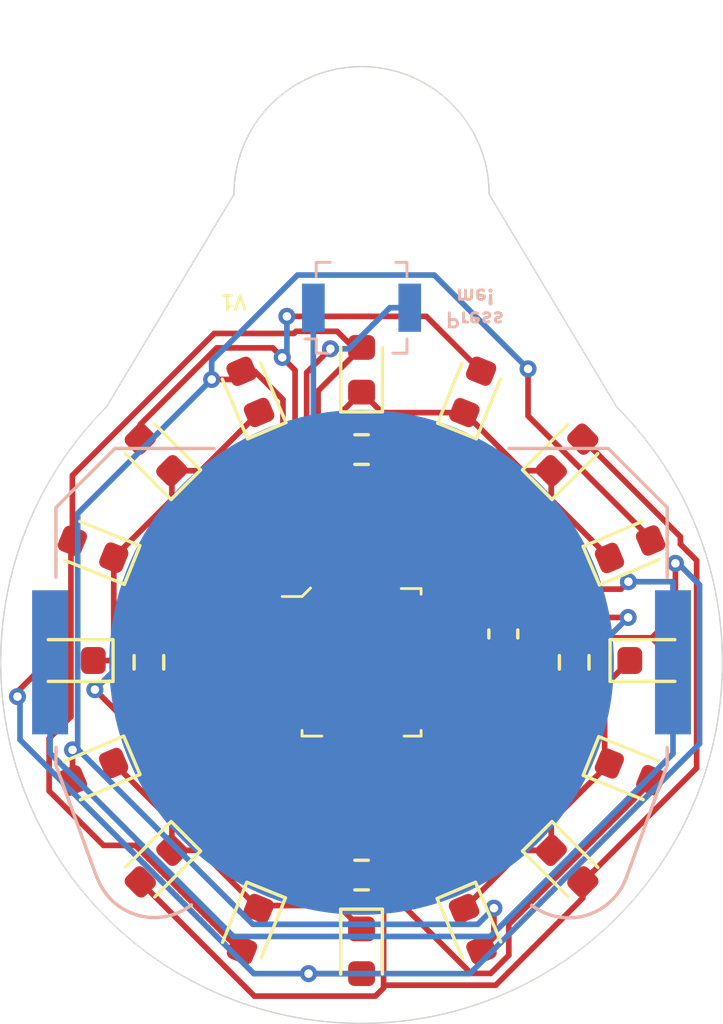
<source format=kicad_pcb>
(kicad_pcb (version 20240108) (generator "pcbnew") (generator_version "8.0")
  (layers (0 "F.Cu" signal) (31 "B.Cu" signal) (34 "B.Paste" user) (35 "F.Paste" user) (36 "B.SilkS" user "B.Silkscreen") (37 "F.SilkS" user "F.Silkscreen") (38 "B.Mask" user) (39 "F.Mask" user) (44 "Edge.Cuts" user))
  (net 0 "")
  (net 1 "GND")
  (net 2 "VCC")
  (net 3 "LED5")
  (net 4 "LED4")
  (net 5 "LED3")
  (net 6 "LED2")
  (net 7 "LED1")
  (net 8 "BUTTON")
  (net 9 "Net-(D1-Pad1)")
  (net 10 "Net-(D5-Pad1)")
  (net 11 "Net-(D10-Pad1)")
  (net 12 "Net-(D13-Pad1)")
  (footprint "LED_SMD:LED_0603_1608Metric" (layer "F.Cu") (at 137.0775 109.4062 -112)
    (property "Reference" "D10" (hide yes))
    (property "Value" "LH_R974-LP-1" (hide yes))
    (fp_line (start -1.484999 0.735) (end 0.8 0.735) (stroke (width 0.12)) (layer "F.SilkS"))
    (fp_line (start 0.8 -0.735) (end -1.485 -0.735) (stroke (width 0.12)) (layer "F.SilkS"))
    (fp_line (start -1.485 -0.735) (end -1.484999 0.735) (stroke (width 0.12)) (layer "F.SilkS"))
    (pad "1" smd roundrect (at -0.787499 0.000001 248) (size 0.875 0.95) (layers "F.Cu" "F.Paste" "F.Mask") (net 11 "Net-(D10-Pad1)"))
    (pad "2" smd roundrect (at 0.787499 -0.000001 248) (size 0.875 0.95) (layers "F.Cu" "F.Paste" "F.Mask") (net 6 "LED2"))
  )
  (footprint "LED_SMD:LED_0603_1608Metric" (layer "F.Cu") (at 148.2478 92.6886 45)
    (property "Reference" "D3" (hide yes))
    (property "Value" "LH_R974-LP-1" (hide yes))
    (fp_line (start -1.485 -0.735) (end -1.485 0.735) (stroke (width 0.12)) (layer "F.SilkS"))
    (fp_line (start -1.485 0.735) (end 0.8 0.735) (stroke (width 0.12)) (layer "F.SilkS"))
    (fp_line (start 0.8 -0.735) (end -1.485 -0.735) (stroke (width 0.12)) (layer "F.SilkS"))
    (pad "1" smd roundrect (at -0.787501 0 45) (size 0.875 0.95) (layers "F.Cu" "F.Paste" "F.Mask") (net 9 "Net-(D1-Pad1)"))
    (pad "2" smd roundrect (at 0.787501 0 45) (size 0.875 0.95) (layers "F.Cu" "F.Paste" "F.Mask") (net 4 "LED4"))
  )
  (footprint "Resistor_SMD:R_0603_1608Metric" (layer "F.Cu") (at 148.5 100 90)
    (property "Reference" "R2" (hide yes))
    (property "Value" "220")
    (fp_line (start -0.237258 -0.5225) (end 0.237258 -0.5225) (stroke (width 0.12)) (layer "F.SilkS"))
    (fp_line (start -0.237258 0.5225) (end 0.237258 0.5225) (stroke (width 0.12)) (layer "F.SilkS"))
    (pad "1" smd roundrect (at -0.825 0 90) (size 0.8 0.95) (layers "F.Cu" "F.Paste" "F.Mask") (net 10 "Net-(D5-Pad1)"))
    (pad "2" smd roundrect (at 0.825 0 90) (size 0.8 0.95) (layers "F.Cu" "F.Paste" "F.Mask") (net 6 "LED2"))
  )
  (footprint "LED_SMD:LED_0603_1608Metric" (layer "F.Cu") (at 141 89.6865 90)
    (property "Reference" "D1" (hide yes))
    (property "Value" "LH_R974-LP-1" (hide yes))
    (fp_line (start 0.8 -0.735) (end -1.485 -0.735) (stroke (width 0.12)) (layer "F.SilkS"))
    (fp_line (start -1.485 -0.735) (end -1.485 0.735) (stroke (width 0.12)) (layer "F.SilkS"))
    (fp_line (start -1.485 0.735) (end 0.8 0.735) (stroke (width 0.12)) (layer "F.SilkS"))
    (pad "1" smd roundrect (at -0.7875 0 90) (size 0.875 0.95) (layers "F.Cu" "F.Paste" "F.Mask") (net 9 "Net-(D1-Pad1)"))
    (pad "2" smd roundrect (at 0.7875 0 90) (size 0.875 0.95) (layers "F.Cu" "F.Paste" "F.Mask") (net 6 "LED2"))
  )
  (footprint "LED_SMD:LED_0603_1608Metric" (layer "F.Cu") (at 148.2478 107.1843 -45)
    (property "Reference" "D7" (hide yes))
    (property "Value" "LH_R974-LP-1" (hide yes))
    (fp_line (start -1.485 0.735) (end 0.8 0.735) (stroke (width 0.12)) (layer "F.SilkS"))
    (fp_line (start -1.485 -0.735) (end -1.485 0.735) (stroke (width 0.12)) (layer "F.SilkS"))
    (fp_line (start 0.8 -0.735) (end -1.485 -0.735) (stroke (width 0.12)) (layer "F.SilkS"))
    (pad "1" smd roundrect (at -0.787501 0 315) (size 0.875 0.95) (layers "F.Cu" "F.Paste" "F.Mask") (net 10 "Net-(D5-Pad1)"))
    (pad "2" smd roundrect (at 0.787501 0 315) (size 0.875 0.95) (layers "F.Cu" "F.Paste" "F.Mask") (net 4 "LED4"))
  )
  (footprint "LED_SMD:LED_0603_1608Metric" (layer "F.Cu") (at 141 110.1865 -90)
    (property "Reference" "D9" (hide yes))
    (property "Value" "LH_R974-LP-1" (hide yes))
    (fp_line (start -1.485 0.735) (end 0.8 0.735) (stroke (width 0.12)) (layer "F.SilkS"))
    (fp_line (start -1.485 -0.735) (end -1.485 0.735) (stroke (width 0.12)) (layer "F.SilkS"))
    (fp_line (start 0.8 -0.735) (end -1.485 -0.735) (stroke (width 0.12)) (layer "F.SilkS"))
    (pad "1" smd roundrect (at -0.7875 0 270) (size 0.875 0.95) (layers "F.Cu" "F.Paste" "F.Mask") (net 11 "Net-(D10-Pad1)"))
    (pad "2" smd roundrect (at 0.7875 0 270) (size 0.875 0.95) (layers "F.Cu" "F.Paste" "F.Mask") (net 7 "LED1"))
  )
  (footprint "LED_SMD:LED_0603_1608Metric" (layer "F.Cu") (at 150.4698 103.859 -22)
    (property "Reference" "D6" (hide yes))
    (property "Value" "LH_R974-LP-1" (hide yes))
    (fp_line (start -1.484999 0.735) (end 0.8 0.735) (stroke (width 0.12)) (layer "F.SilkS"))
    (fp_line (start -1.485 -0.735) (end -1.484999 0.735) (stroke (width 0.12)) (layer "F.SilkS"))
    (fp_line (start 0.8 -0.735) (end -1.485 -0.735) (stroke (width 0.12)) (layer "F.SilkS"))
    (pad "1" smd roundrect (at -0.787499 0.000001 338) (size 0.875 0.95) (layers "F.Cu" "F.Paste" "F.Mask") (net 10 "Net-(D5-Pad1)"))
    (pad "2" smd roundrect (at 0.787499 -0.000001 338) (size 0.875 0.95) (layers "F.Cu" "F.Paste" "F.Mask") (net 5 "LED3"))
  )
  (footprint "LED_SMD:LED_0603_1608Metric" (layer "F.Cu") (at 131.5302 103.859 -157)
    (property "Reference" "D12" (hide yes))
    (property "Value" "LH_R974-LP-1" (hide yes))
    (fp_line (start 0.8 -0.735) (end -1.485 -0.735001) (stroke (width 0.12)) (layer "F.SilkS"))
    (fp_line (start -1.485 0.734999) (end 0.8 0.735) (stroke (width 0.12)) (layer "F.SilkS"))
    (fp_line (start -1.485 -0.735001) (end -1.485 0.734999) (stroke (width 0.12)) (layer "F.SilkS"))
    (pad "1" smd roundrect (at -0.7875 0 203) (size 0.875 0.95) (layers "F.Cu" "F.Paste" "F.Mask") (net 11 "Net-(D10-Pad1)"))
    (pad "2" smd roundrect (at 0.7875 0 203) (size 0.875 0.95) (layers "F.Cu" "F.Paste" "F.Mask") (net 3 "LED5"))
  )
  (footprint "LED_SMD:LED_0603_1608Metric" (layer "F.Cu") (at 137.0775 90.4667 113)
    (property "Reference" "D16" (hide yes))
    (property "Value" "LH_R974-LP-1" (hide yes))
    (fp_line (start 0.8 -0.735) (end -1.485 -0.735001) (stroke (width 0.12)) (layer "F.SilkS"))
    (fp_line (start -1.485 -0.735001) (end -1.485 0.734999) (stroke (width 0.12)) (layer "F.SilkS"))
    (fp_line (start -1.485 0.734999) (end 0.8 0.735) (stroke (width 0.12)) (layer "F.SilkS"))
    (pad "1" smd roundrect (at -0.7875 0 113) (size 0.875 0.95) (layers "F.Cu" "F.Paste" "F.Mask") (net 12 "Net-(D13-Pad1)"))
    (pad "2" smd roundrect (at 0.7875 0 113) (size 0.875 0.95) (layers "F.Cu" "F.Paste" "F.Mask") (net 3 "LED5"))
  )
  (footprint "Capacitor_SMD:C_0603_1608Metric" (layer "F.Cu") (at 146 99 90)
    (property "Reference" "C1" (hide yes))
    (property "Value" "100n")
    (fp_line (start -0.14058 -0.51) (end 0.14058 -0.51) (stroke (width 0.12)) (layer "F.SilkS"))
    (fp_line (start -0.14058 0.51) (end 0.14058 0.51) (stroke (width 0.12)) (layer "F.SilkS"))
    (pad "1" smd roundrect (at -0.775 0 90) (size 0.9 0.95) (layers "F.Cu" "F.Paste" "F.Mask") (net 1 "GND"))
    (pad "2" smd roundrect (at 0.775 0 90) (size 0.9 0.95) (layers "F.Cu" "F.Paste" "F.Mask") (net 2 "VCC"))
  )
  (footprint "Resistor_SMD:R_0603_1608Metric" (layer "F.Cu") (at 133.5 100 90)
    (property "Reference" "R4" (hide yes))
    (property "Value" "220")
    (fp_line (start -0.237258 -0.5225) (end 0.237258 -0.5225) (stroke (width 0.12)) (layer "F.SilkS"))
    (fp_line (start -0.237258 0.5225) (end 0.237258 0.5225) (stroke (width 0.12)) (layer "F.SilkS"))
    (pad "1" smd roundrect (at -0.825 0 90) (size 0.8 0.95) (layers "F.Cu" "F.Paste" "F.Mask") (net 12 "Net-(D13-Pad1)"))
    (pad "2" smd roundrect (at 0.825 0 90) (size 0.8 0.95) (layers "F.Cu" "F.Paste" "F.Mask") (net 4 "LED4"))
  )
  (footprint "LED_SMD:LED_0603_1608Metric" (layer "F.Cu") (at 144.9225 90.4667 68)
    (property "Reference" "D2" (hide yes))
    (property "Value" "LH_R974-LP-1" (hide yes))
    (fp_line (start -1.485 -0.735) (end -1.484999 0.735) (stroke (width 0.12)) (layer "F.SilkS"))
    (fp_line (start 0.8 -0.735) (end -1.485 -0.735) (stroke (width 0.12)) (layer "F.SilkS"))
    (fp_line (start -1.484999 0.735) (end 0.8 0.735) (stroke (width 0.12)) (layer "F.SilkS"))
    (pad "1" smd roundrect (at -0.787499 0.000001 68) (size 0.875 0.95) (layers "F.Cu" "F.Paste" "F.Mask") (net 9 "Net-(D1-Pad1)"))
    (pad "2" smd roundrect (at 0.787499 -0.000001 68) (size 0.875 0.95) (layers "F.Cu" "F.Paste" "F.Mask") (net 5 "LED3"))
  )
  (footprint "LED_SMD:LED_0603_1608Metric" (layer "F.Cu") (at 133.7522 92.6886 135)
    (property "Reference" "D15" (hide yes))
    (property "Value" "LH_R974-LP-1" (hide yes))
    (fp_line (start 0.8 -0.735) (end -1.485 -0.735) (stroke (width 0.12)) (layer "F.SilkS"))
    (fp_line (start -1.485 -0.735) (end -1.485 0.735) (stroke (width 0.12)) (layer "F.SilkS"))
    (fp_line (start -1.485 0.735) (end 0.8 0.735) (stroke (width 0.12)) (layer "F.SilkS"))
    (pad "1" smd roundrect (at -0.787501 0 135) (size 0.875 0.95) (layers "F.Cu" "F.Paste" "F.Mask") (net 12 "Net-(D13-Pad1)"))
    (pad "2" smd roundrect (at 0.787501 0 135) (size 0.875 0.95) (layers "F.Cu" "F.Paste" "F.Mask") (net 5 "LED3"))
  )
  (footprint "Resistor_SMD:R_0603_1608Metric" (layer "F.Cu") (at 141 107.5)
    (property "Reference" "R3" (hide yes))
    (property "Value" "220")
    (fp_line (start -0.237258 -0.5225) (end 0.237258 -0.5225) (stroke (width 0.12)) (layer "F.SilkS"))
    (fp_line (start -0.237258 0.5225) (end 0.237258 0.5225) (stroke (width 0.12)) (layer "F.SilkS"))
    (pad "1" smd roundrect (at -0.825 0) (size 0.8 0.95) (layers "F.Cu" "F.Paste" "F.Mask") (net 11 "Net-(D10-Pad1)"))
    (pad "2" smd roundrect (at 0.825 0) (size 0.8 0.95) (layers "F.Cu" "F.Paste" "F.Mask") (net 5 "LED3"))
  )
  (footprint "LED_SMD:LED_0603_1608Metric" (layer "F.Cu") (at 131.5302 96.014 158)
    (property "Reference" "D14" (hide yes))
    (property "Value" "LH_R974-LP-1" (hide yes))
    (fp_line (start 0.8 -0.735) (end -1.485 -0.735) (stroke (width 0.12)) (layer "F.SilkS"))
    (fp_line (start -1.485 -0.735) (end -1.484999 0.735) (stroke (width 0.12)) (layer "F.SilkS"))
    (fp_line (start -1.484999 0.735) (end 0.8 0.735) (stroke (width 0.12)) (layer "F.SilkS"))
    (pad "1" smd roundrect (at -0.787499 0.000001 158) (size 0.875 0.95) (layers "F.Cu" "F.Paste" "F.Mask") (net 12 "Net-(D13-Pad1)"))
    (pad "2" smd roundrect (at 0.787499 -0.000001 158) (size 0.875 0.95) (layers "F.Cu" "F.Paste" "F.Mask") (net 6 "LED2"))
  )
  (footprint "LED_SMD:LED_0603_1608Metric" (layer "F.Cu") (at 144.9225 109.4062 -67)
    (property "Reference" "D8" (hide yes))
    (property "Value" "LH_R974-LP-1" (hide yes))
    (fp_line (start -1.485 0.734999) (end 0.8 0.735) (stroke (width 0.12)) (layer "F.SilkS"))
    (fp_line (start -1.485 -0.735001) (end -1.485 0.734999) (stroke (width 0.12)) (layer "F.SilkS"))
    (fp_line (start 0.8 -0.735) (end -1.485 -0.735001) (stroke (width 0.12)) (layer "F.SilkS"))
    (pad "1" smd roundrect (at -0.7875 0 293) (size 0.875 0.95) (layers "F.Cu" "F.Paste" "F.Mask") (net 10 "Net-(D5-Pad1)"))
    (pad "2" smd roundrect (at 0.7875 0 293) (size 0.875 0.95) (layers "F.Cu" "F.Paste" "F.Mask") (net 3 "LED5"))
  )
  (footprint "MountingHole:MountingHole_3.2mm_M3" (layer "F.Cu") (at 141 83.5)
    (property "Reference" "REF**" (hide yes))
    (property "Value" "MountingHole_3.2mm_M3")
    (pad "" np_thru_hole circle (at 0 0) (size 3.2 3.2) (drill 3.2) (layers "*.Cu" "*.Mask"))
  )
  (footprint "LED_SMD:LED_0603_1608Metric" (layer "F.Cu") (at 150.4698 96.014 23)
    (property "Reference" "D4" (hide yes))
    (property "Value" "LH_R974-LP-1" (hide yes))
    (fp_line (start -1.485 -0.735001) (end -1.485 0.734999) (stroke (width 0.12)) (layer "F.SilkS"))
    (fp_line (start -1.485 0.734999) (end 0.8 0.735) (stroke (width 0.12)) (layer "F.SilkS"))
    (fp_line (start 0.8 -0.735) (end -1.485 -0.735001) (stroke (width 0.12)) (layer "F.SilkS"))
    (pad "1" smd roundrect (at -0.7875 0 23) (size 0.875 0.95) (layers "F.Cu" "F.Paste" "F.Mask") (net 9 "Net-(D1-Pad1)"))
    (pad "2" smd roundrect (at 0.7875 0 23) (size 0.875 0.95) (layers "F.Cu" "F.Paste" "F.Mask") (net 3 "LED5"))
  )
  (footprint "LED_SMD:LED_0603_1608Metric" (layer "F.Cu") (at 130.75 99.9365 180)
    (property "Reference" "D13" (hide yes))
    (property "Value" "LH_R974-LP-1" (hide yes))
    (fp_line (start 0.8 -0.735) (end -1.485 -0.735) (stroke (width 0.12)) (layer "F.SilkS"))
    (fp_line (start -1.485 0.735) (end 0.8 0.735) (stroke (width 0.12)) (layer "F.SilkS"))
    (fp_line (start -1.485 -0.735) (end -1.485 0.735) (stroke (width 0.12)) (layer "F.SilkS"))
    (pad "1" smd roundrect (at -0.7875 0 180) (size 0.875 0.95) (layers "F.Cu" "F.Paste" "F.Mask") (net 12 "Net-(D13-Pad1)"))
    (pad "2" smd roundrect (at 0.7875 0 180) (size 0.875 0.95) (layers "F.Cu" "F.Paste" "F.Mask") (net 7 "LED1"))
  )
  (footprint "LED_SMD:LED_0603_1608Metric" (layer "F.Cu") (at 151.25 99.9365)
    (property "Reference" "D5" (hide yes))
    (property "Value" "LH_R974-LP-1" (hide yes))
    (fp_line (start -1.485 -0.735) (end -1.485 0.735) (stroke (width 0.12)) (layer "F.SilkS"))
    (fp_line (start -1.485 0.735) (end 0.8 0.735) (stroke (width 0.12)) (layer "F.SilkS"))
    (fp_line (start 0.8 -0.735) (end -1.485 -0.735) (stroke (width 0.12)) (layer "F.SilkS"))
    (pad "1" smd roundrect (at -0.7875 0) (size 0.875 0.95) (layers "F.Cu" "F.Paste" "F.Mask") (net 10 "Net-(D5-Pad1)"))
    (pad "2" smd roundrect (at 0.7875 0) (size 0.875 0.95) (layers "F.Cu" "F.Paste" "F.Mask") (net 7 "LED1"))
  )
  (footprint "Resistor_SMD:R_0603_1608Metric" (layer "F.Cu") (at 141 92.5)
    (property "Reference" "R1" (hide yes))
    (property "Value" "220")
    (fp_line (start -0.237258 -0.5225) (end 0.237258 -0.5225) (stroke (width 0.12)) (layer "F.SilkS"))
    (fp_line (start -0.237258 0.5225) (end 0.237258 0.5225) (stroke (width 0.12)) (layer "F.SilkS"))
    (pad "1" smd roundrect (at -0.825 0) (size 0.8 0.95) (layers "F.Cu" "F.Paste" "F.Mask") (net 9 "Net-(D1-Pad1)"))
    (pad "2" smd roundrect (at 0.825 0) (size 0.8 0.95) (layers "F.Cu" "F.Paste" "F.Mask") (net 7 "LED1"))
  )
  (footprint "LED_SMD:LED_0603_1608Metric" (layer "F.Cu") (at 133.7522 107.1843 -135)
    (property "Reference" "D11" (hide yes))
    (property "Value" "LH_R974-LP-1" (hide yes))
    (fp_line (start 0.8 -0.735) (end -1.485 -0.735) (stroke (width 0.12)) (layer "F.SilkS"))
    (fp_line (start -1.485 0.735) (end 0.8 0.735) (stroke (width 0.12)) (layer "F.SilkS"))
    (fp_line (start -1.485 -0.735) (end -1.485 0.735) (stroke (width 0.12)) (layer "F.SilkS"))
    (pad "1" smd roundrect (at -0.787501 0 225) (size 0.875 0.95) (layers "F.Cu" "F.Paste" "F.Mask") (net 11 "Net-(D10-Pad1)"))
    (pad "2" smd roundrect (at 0.787501 0 225) (size 0.875 0.95) (layers "F.Cu" "F.Paste" "F.Mask") (net 4 "LED4"))
  )
  (footprint "digikey-footprints:SOIC-8_W5.3mm" (layer "F.Cu") (at 141 100)
    (property "Reference" "U1" (hide yes))
    (property "Value" "ATTINY25-20SSU")
    (fp_line (start -2.1 -2.32) (end -2.8 -2.32) (stroke (width 0.1)) (layer "F.SilkS"))
    (fp_line (start -2.1 2.4) (end -2.1 2.6) (stroke (width 0.1)) (layer "F.SilkS"))
    (fp_line (start -2.1 2.6) (end -1.4 2.6) (stroke (width 0.1)) (layer "F.SilkS"))
    (fp_line (start -1.8 -2.62) (end -2.1 -2.32) (stroke (width 0.1)) (layer "F.SilkS"))
    (fp_line (start 1.4 -2.6) (end 2.1 -2.6) (stroke (width 0.1)) (layer "F.SilkS"))
    (fp_line (start 2.1 -2.6) (end 2.1 -2.4) (stroke (width 0.1)) (layer "F.SilkS"))
    (fp_line (start 2.1 2.4) (end 2.1 2.6) (stroke (width 0.1)) (layer "F.SilkS"))
    (fp_line (start 2.1 2.6) (end 1.5 2.6) (stroke (width 0.1)) (layer "F.SilkS"))
    (pad "1" smd rect (at -2.465 -1.905) (size 1.6 0.7) (layers "F.Cu" "F.Paste" "F.Mask") (net 3 "LED5"))
    (pad "2" smd rect (at -2.465 -0.635) (size 1.6 0.7) (layers "F.Cu" "F.Paste" "F.Mask") (net 5 "LED3"))
    (pad "3" smd rect (at -2.465 0.635) (size 1.6 0.7) (layers "F.Cu" "F.Paste" "F.Mask") (net 4 "LED4"))
    (pad "4" smd rect (at -2.465 1.905) (size 1.6 0.7) (layers "F.Cu" "F.Paste" "F.Mask") (net 1 "GND"))
    (pad "5" smd rect (at 2.465 1.905) (size 1.6 0.7) (layers "F.Cu" "F.Paste" "F.Mask") (net 8 "BUTTON"))
    (pad "6" smd rect (at 2.465 0.635) (size 1.6 0.7) (layers "F.Cu" "F.Paste" "F.Mask") (net 7 "LED1"))
    (pad "7" smd rect (at 2.465 -0.635) (size 1.6 0.7) (layers "F.Cu" "F.Paste" "F.Mask") (net 6 "LED2"))
    (pad "8" smd rect (at 2.465 -1.905) (size 1.6 0.7) (layers "F.Cu" "F.Paste" "F.Mask") (net 2 "VCC"))
  )
  (footprint "digikey-footprints:Switch_Tactile_SMD_B3U-1000P" (layer "B.Cu") (at 141 87.5)
    (property "Reference" "S1" (hide yes))
    (property "Value" "B3U-1000P")
    (fp_line (start -2 1.1) (end -1.6 1.1) (stroke (width 0.1)) (layer "B.SilkS"))
    (fp_line (start -1.6 -1.1) (end -1.6 -1.6) (stroke (width 0.1)) (layer "B.SilkS"))
    (fp_line (start -1.6 1.1) (end -1.6 1.6) (stroke (width 0.1)) (layer "B.SilkS"))
    (fp_line (start -1.1 -1.6) (end -1.6 -1.6) (stroke (width 0.1)) (layer "B.SilkS"))
    (fp_line (start -1.1 1.6) (end -1.6 1.6) (stroke (width 0.1)) (layer "B.SilkS"))
    (fp_line (start 1.1 1.6) (end 1.6 1.6) (stroke (width 0.1)) (layer "B.SilkS"))
    (fp_line (start 1.2 -1.6) (end 1.6 -1.6) (stroke (width 0.1)) (layer "B.SilkS"))
    (fp_line (start 1.6 -1.1) (end 1.6 -1.6) (stroke (width 0.1)) (layer "B.SilkS"))
    (fp_line (start 1.6 1.1) (end 1.6 1.6) (stroke (width 0.1)) (layer "B.SilkS"))
    (pad "1" smd rect (at -1.7 0) (size 0.8 1.7) (layers "B.Cu" "B.Paste" "B.Mask") (net 1 "GND"))
    (pad "2" smd rect (at 1.7 0) (size 0.8 1.7) (layers "B.Cu" "B.Paste" "B.Mask") (net 8 "BUTTON"))
  )
  (footprint "Battery:BatteryHolder_Keystone_3034_1x20mm" (layer "B.Cu") (at 141 100 180)
    (property "Reference" "BAT1" (hide yes))
    (property "Value" "Keystone 3034")
    (fp_line (start 10.78 5.46) (end 8.7 7.54) (stroke (width 0.12)) (layer "B.SilkS"))
    (fp_line (start 10.78 3) (end 10.78 5.46) (stroke (width 0.12)) (layer "B.SilkS"))
    (fp_line (start 10.78 -3.63) (end 10.78 -3) (stroke (width 0.12)) (layer "B.SilkS"))
    (fp_line (start 9.34 -7.58) (end 10.78 -3.63) (stroke (width 0.12)) (layer "B.SilkS"))
    (fp_line (start 5.2 7.54) (end 8.7 7.54) (stroke (width 0.12)) (layer "B.SilkS"))
    (fp_line (start -8.7 7.54) (end -5.2 7.54) (stroke (width 0.12)) (layer "B.SilkS"))
    (fp_line (start -9.34 -7.58) (end -10.78 -3.63) (stroke (width 0.12)) (layer "B.SilkS"))
    (fp_line (start -10.78 5.46) (end -8.7 7.54) (stroke (width 0.12)) (layer "B.SilkS"))
    (fp_line (start -10.78 3) (end -10.78 5.46) (stroke (width 0.12)) (layer "B.SilkS"))
    (fp_line (start -10.78 -3.63) (end -10.78 -3) (stroke (width 0.12)) (layer "B.SilkS"))
    (fp_arc (start 6 -8.55) (mid 7.90634 -8.911669) (end 9.325243 -7.588169) (stroke (width 0.12)) (layer "B.SilkS"))
    (fp_arc (start -9.34 -7.58) (mid -7.921654 -8.918738) (end -6.003354 -8.56653) (stroke (width 0.12)) (layer "B.SilkS"))
    (pad "1" smd rect (at -10.985 0 180) (size 1.27 5.08) (layers "B.Cu" "B.Paste" "B.Mask") (net 2 "VCC"))
    (pad "1" smd rect (at 10.985 0 180) (size 1.27 5.08) (layers "B.Cu" "B.Paste" "B.Mask") (net 2 "VCC"))
    (pad "2" smd circle (at 0 0 180) (size 17.8 17.8) (layers "B.Cu" "B.Mask") (net 1 "GND"))
  )
  (gr_line (start 145.5 83.5) (end 150 91) (stroke (width 0.05)) (layer "Edge.Cuts"))
  (gr_arc (start 150 91) (mid 141 112.727922) (end 132 91) (stroke (width 0.05)) (layer "Edge.Cuts"))
  (gr_line (start 136.5 83.5) (end 132 91) (stroke (width 0.05)) (layer "Edge.Cuts"))
  (gr_arc (start 136.5 83.5) (mid 141 79) (end 145.5 83.5) (stroke (width 0.05)) (layer "Edge.Cuts"))
  (gr_text "Press\nme!" (at 145 87.5 180) (layer "B.SilkS") (effects (font (size 0.5 0.5) (thickness 0.1)) (justify mirror)))
  (gr_text "V1" (at 137 87 180) (layer "F.SilkS") (effects (font (size 0.5 0.5) (thickness 0.1)) (justify left bottom)))
  (segment (start 147.3563 98.4187) (end 150.403 98.4187) (width 0.2) (layer "F.Cu") (net 1))
  (segment (start 131.5936 100.964) (end 132.5346 101.905) (width 0.2) (layer "F.Cu") (net 1))
  (segment (start 132.5346 101.905) (end 138.535 101.905) (width 0.2) (layer "F.Cu") (net 1))
  (segment (start 146 99.775) (end 147.3563 98.4187) (width 0.2) (layer "F.Cu") (net 1))
  (via (at 150.403 98.4187) (size 0.6) (drill 0.3) (layers "F.Cu" "B.Cu") (net 1))
  (via (at 131.5936 100.964) (size 0.6) (drill 0.3) (layers "F.Cu" "B.Cu") (net 1))
  (segment (start 141 100) (end 148.8217 100) (width 0.2) (layer "B.Cu") (net 1))
  (segment (start 148.8217 100) (end 150.403 98.4187) (width 0.2) (layer "B.Cu") (net 1))
  (segment (start 139.3 98.3) (end 134.2576 98.3) (width 0.2) (layer "B.Cu") (net 1))
  (segment (start 139.3 98.3) (end 141 100) (width 0.2) (layer "B.Cu") (net 1))
  (segment (start 139.3 88.6517) (end 139.3 98.3) (width 0.2) (layer "B.Cu") (net 1))
  (segment (start 134.2576 98.3) (end 131.5936 100.964) (width 0.2) (layer "B.Cu") (net 1))
  (segment (start 139.3 87.5) (end 139.3 88.6517) (width 0.2) (layer "B.Cu") (net 1))
  (segment (start 143.465 98.095) (end 144.5667 98.095) (width 0.2) (layer "F.Cu") (net 2))
  (segment (start 146.8035 97.4215) (end 150.1493 97.4215) (width 0.2) (layer "F.Cu") (net 2))
  (segment (start 144.5667 98.095) (end 144.6967 98.225) (width 0.2) (layer "F.Cu") (net 2))
  (segment (start 144.6967 98.225) (end 146 98.225) (width 0.2) (layer "F.Cu") (net 2))
  (segment (start 146 98.225) (end 146.8035 97.4215) (width 0.2) (layer "F.Cu") (net 2))
  (segment (start 150.1493 97.4215) (end 150.4125 97.1583) (width 0.2) (layer "F.Cu") (net 2))
  (via (at 150.4125 97.1583) (size 0.6) (drill 0.3) (layers "F.Cu" "B.Cu") (net 2))
  (segment (start 136.4759 109.6639) (end 145.5414 109.6639) (width 0.2) (layer "B.Cu") (net 2))
  (segment (start 145.5414 109.6639) (end 151.985 103.2203) (width 0.2) (layer "B.Cu") (net 2))
  (segment (start 130.015 103.203) (end 136.4759 109.6639) (width 0.2) (layer "B.Cu") (net 2))
  (segment (start 151.985 97.1583) (end 150.4125 97.1583) (width 0.2) (layer "B.Cu") (net 2))
  (segment (start 151.985 100) (end 151.985 97.1583) (width 0.2) (layer "B.Cu") (net 2))
  (segment (start 151.985 103.2203) (end 151.985 100) (width 0.2) (layer "B.Cu") (net 2))
  (segment (start 130.015 100) (end 130.015 103.203) (width 0.2) (layer "B.Cu") (net 2))
  (segment (start 130.8053 104.1667) (end 130.8053 103.0861) (width 0.2) (layer "F.Cu") (net 3))
  (segment (start 138.2278 97.7941) (end 138.2278 90.7376) (width 0.2) (layer "F.Cu") (net 3))
  (segment (start 145.2302 110.1311) (end 145.6698 109.6915) (width 0.2) (layer "F.Cu") (net 3))
  (segment (start 136.4824 90.0292) (end 135.7129 90.0292) (width 0.2) (layer "F.Cu") (net 3))
  (segment (start 145.6698 109.6915) (end 145.6698 108.6667) (width 0.2) (layer "F.Cu") (net 3))
  (segment (start 151.1947 95.6354) (end 151.1947 95.7063) (width 0.2) (layer "F.Cu") (net 3))
  (segment (start 146.8724 91.3131) (end 151.1947 95.6354) (width 0.2) (layer "F.Cu") (net 3))
  (segment (start 138.2278 90.7376) (end 137.232 89.7418) (width 0.2) (layer "F.Cu") (net 3))
  (segment (start 136.7698 89.7418) (end 136.4824 90.0292) (width 0.2) (layer "F.Cu") (net 3))
  (segment (start 146.8724 89.6549) (end 146.8724 91.3131) (width 0.2) (layer "F.Cu") (net 3))
  (segment (start 138.535 98.095) (end 137.9269 98.095) (width 0.2) (layer "F.Cu") (net 3))
  (segment (start 137.9269 98.095) (end 138.2278 97.7941) (width 0.2) (layer "F.Cu") (net 3))
  (segment (start 137.232 89.7418) (end 136.7698 89.7418) (width 0.2) (layer "F.Cu") (net 3))
  (via (at 135.7129 90.0292) (size 0.6) (drill 0.3) (layers "F.Cu" "B.Cu") (net 3))
  (via (at 146.8724 89.6549) (size 0.6) (drill 0.3) (layers "F.Cu" "B.Cu") (net 3))
  (via (at 130.8053 103.0861) (size 0.6) (drill 0.3) (layers "F.Cu" "B.Cu") (net 3))
  (via (at 145.6698 108.6667) (size 0.6) (drill 0.3) (layers "F.Cu" "B.Cu") (net 3))
  (segment (start 130.9872 94.7549) (end 130.9872 102.9042) (width 0.2) (layer "B.Cu") (net 3))
  (segment (start 135.7129 90.0292) (end 130.9872 94.7549) (width 0.2) (layer "B.Cu") (net 3))
  (segment (start 135.7129 89.3745) (end 138.7391 86.3483) (width 0.2) (layer "B.Cu") (net 3))
  (segment (start 135.7129 90.0292) (end 135.7129 89.3745) (width 0.2) (layer "B.Cu") (net 3))
  (segment (start 130.9091 102.9823) (end 130.8053 103.0861) (width 0.2) (layer "B.Cu") (net 3))
  (segment (start 145.1 109.2365) (end 145.6698 108.6667) (width 0.2) (layer "B.Cu") (net 3))
  (segment (start 143.5658 86.3483) (end 146.8724 89.6549) (width 0.2) (layer "B.Cu") (net 3))
  (segment (start 130.9091 102.9823) (end 137.1633 109.2365) (width 0.2) (layer "B.Cu") (net 3))
  (segment (start 137.1633 109.2365) (end 145.1 109.2365) (width 0.2) (layer "B.Cu") (net 3))
  (segment (start 130.9872 102.9042) (end 130.9091 102.9823) (width 0.2) (layer "B.Cu") (net 3))
  (segment (start 138.7391 86.3483) (end 143.5658 86.3483) (width 0.2) (layer "B.Cu") (net 3))
  (segment (start 152.2462 95.8345) (end 152.2462 95.5734) (width 0.2) (layer "F.Cu") (net 4))
  (segment (start 148.8046 108.3091) (end 148.8046 107.7411) (width 0.2) (layer "F.Cu") (net 4))
  (segment (start 141.7775 111.3819) (end 141.7775 111.4777) (width 0.2) (layer "F.Cu") (net 4))
  (segment (start 141.4886 111.7666) (end 137.2209 111.7666) (width 0.2) (layer "F.Cu") (net 4))
  (segment (start 133.5 99.175) (end 134.96 100.635) (width 0.2) (layer "F.Cu") (net 4))
  (segment (start 141.7775 111.3819) (end 145.7318 111.3819) (width 0.2) (layer "F.Cu") (net 4))
  (segment (start 152.2462 95.5734) (end 148.8046 92.1318) (width 0.2) (layer "F.Cu") (net 4))
  (segment (start 134.96 100.635) (end 138.535 100.635) (width 0.2) (layer "F.Cu") (net 4))
  (segment (start 138.535 100.635) (end 139.6367 100.635) (width 0.2) (layer "F.Cu") (net 4))
  (segment (start 141.087 107.1961) (end 141.087 108.1466) (width 0.2) (layer "F.Cu") (net 4))
  (segment (start 152.8188 96.4071) (end 152.2462 95.8345) (width 0.2) (layer "F.Cu") (net 4))
  (segment (start 139.6367 100.635) (end 139.6367 105.7458) (width 0.2) (layer "F.Cu") (net 4))
  (segment (start 145.7318 111.3819) (end 148.8046 108.3091) (width 0.2) (layer "F.Cu") (net 4))
  (segment (start 148.8046 107.7411) (end 152.8188 103.7269) (width 0.2) (layer "F.Cu") (net 4))
  (segment (start 139.6367 105.7458) (end 141.087 107.1961) (width 0.2) (layer "F.Cu") (net 4))
  (segment (start 137.2209 111.7666) (end 133.1954 107.7411) (width 0.2) (layer "F.Cu") (net 4))
  (segment (start 141.7775 111.4777) (end 141.4886 111.7666) (width 0.2) (layer "F.Cu") (net 4))
  (segment (start 141.7775 108.8371) (end 141.7775 111.3819) (width 0.2) (layer "F.Cu") (net 4))
  (segment (start 152.8188 103.7269) (end 152.8188 96.4071) (width 0.2) (layer "F.Cu") (net 4))
  (segment (start 141.087 108.1466) (end 141.7775 108.8371) (width 0.2) (layer "F.Cu") (net 4))
  (segment (start 137.8655 88.9149) (end 138.2031 89.2525) (width 0.2) (layer "F.Cu") (net 5))
  (segment (start 151.2 104.154) (end 151.2 104.2322) (width 0.2) (layer "F.Cu") (net 5))
  (segment (start 139.6367 97.62) (end 138.6549 96.6382) (width 0.2) (layer "F.Cu") (net 5))
  (segment (start 141.825 106.2452) (end 140.0384 104.4586) (width 0.2) (layer "F.Cu") (net 5))
  (segment (start 138.6549 89.7043) (end 138.2031 89.2525) (width 0.2) (layer "F.Cu") (net 5))
  (segment (start 144.8614 110.967) (end 141.825 107.9306) (width 0.2) (layer "F.Cu") (net 5))
  (segment (start 140.0384 104.4586) (end 140.0384 99.7667) (width 0.2) (layer "F.Cu") (net 5))
  (segment (start 141.825 107.5) (end 141.825 106.2452) (width 0.2) (layer "F.Cu") (net 5))
  (segment (start 138.535 99.365) (end 139.6352 99.365) (width 0.2) (layer "F.Cu") (net 5))
  (segment (start 139.6367 99.365) (end 139.6352 99.365) (width 0.2) (layer "F.Cu") (net 5))
  (segment (start 139.6367 99.365) (end 139.6367 97.62) (width 0.2) (layer "F.Cu") (net 5))
  (segment (start 141.825 107.9306) (end 141.825 107.5) (width 0.2) (layer "F.Cu") (net 5))
  (segment (start 138.6549 96.6382) (end 138.6549 89.7043) (width 0.2) (layer "F.Cu") (net 5))
  (segment (start 146.1939 109.2383) (end 146.1939 110.3272) (width 0.2) (layer "F.Cu") (net 5))
  (segment (start 145.2175 89.7365) (end 143.2858 87.8048) (width 0.2) (layer "F.Cu") (net 5))
  (segment (start 133.1954 92.1318) (end 133.1954 91.6137) (width 0.2) (layer "F.Cu") (net 5))
  (segment (start 146.1939 110.3272) (end 145.5541 110.967) (width 0.2) (layer "F.Cu") (net 5))
  (segment (start 133.1954 91.6137) (end 135.8942 88.9149) (width 0.2) (layer "F.Cu") (net 5))
  (segment (start 143.2858 87.8048) (end 138.3664 87.8048) (width 0.2) (layer "F.Cu") (net 5))
  (segment (start 135.8942 88.9149) (end 137.8655 88.9149) (width 0.2) (layer "F.Cu") (net 5))
  (segment (start 140.0384 99.7667) (end 139.6367 99.365) (width 0.2) (layer "F.Cu") (net 5))
  (segment (start 145.5541 110.967) (end 144.8614 110.967) (width 0.2) (layer "F.Cu") (net 5))
  (segment (start 151.2 104.2322) (end 146.1939 109.2383) (width 0.2) (layer "F.Cu") (net 5))
  (via (at 138.2031 89.2525) (size 0.6) (drill 0.3) (layers "F.Cu" "B.Cu") (net 5))
  (via (at 138.3664 87.8048) (size 0.6) (drill 0.3) (layers "F.Cu" "B.Cu") (net 5))
  (segment (start 138.3664 87.8048) (end 138.3664 89.0892) (width 0.2) (layer "B.Cu") (net 5))
  (segment (start 138.3664 89.0892) (end 138.2031 89.2525) (width 0.2) (layer "B.Cu") (net 5))
  (segment (start 130.75 101.9129) (end 129.9813 102.6816) (width 0.2) (layer "F.Cu") (net 6))
  (segment (start 146.9393 100.5649) (end 145.5327 100.5649) (width 0.2) (layer "F.Cu") (net 6))
  (segment (start 144.5667 99.5989) (end 144.5667 99.365) (width 0.2) (layer "F.Cu") (net 6))
  (segment (start 140.8528 89.0462) (end 139.4669 90.4321) (width 0.2) (layer "F.Cu") (net 6))
  (segment (start 129.9813 104.5372) (end 131.8979 106.4538) (width 0.2) (layer "F.Cu") (net 6))
  (segment (start 145.5327 100.5649) (end 144.5667 99.5989) (width 0.2) (layer "F.Cu") (net 6))
  (segment (start 142.5299 92.0036) (end 142.5299 93.3247) (width 0.2) (layer "F.Cu") (net 6))
  (segment (start 133.0216 106.4538) (end 136.7042 110.1364) (width 0.2) (layer "F.Cu") (net 6))
  (segment (start 130.8 93.4122) (end 135.8057 88.4065) (width 0.2) (layer "F.Cu") (net 6))
  (segment (start 148.3292 99.175) (end 146.9393 100.5649) (width 0.2) (layer "F.Cu") (net 6))
  (segment (start 135.8057 88.4065) (end 138.6156 88.4065) (width 0.2) (layer "F.Cu") (net 6))
  (segment (start 142.3633 93.4913) (end 142.3633 99.365) (width 0.2) (layer "F.Cu") (net 6))
  (segment (start 140.1384 88.3318) (end 140.8528 89.0462) (width 0.2) (layer "F.Cu") (net 6))
  (segment (start 141 92.0482) (end 141.3877 91.6605) (width 0.2) (layer "F.Cu") (net 6))
  (segment (start 143.465 99.365) (end 142.3633 99.365) (width 0.2) (layer "F.Cu") (net 6))
  (segment (start 141.3877 91.6605) (end 142.1868 91.6605) (width 0.2) (layer "F.Cu") (net 6))
  (segment (start 140.6753 93.2797) (end 141 92.955) (width 0.2) (layer "F.Cu") (net 6))
  (segment (start 131.8979 106.4538) (end 133.0216 106.4538) (width 0.2) (layer "F.Cu") (net 6))
  (segment (start 139.7686 93.2797) (end 140.6753 93.2797) (width 0.2) (layer "F.Cu") (net 6))
  (segment (start 142.5299 93.3247) (end 142.3633 93.4913) (width 0.2) (layer "F.Cu") (net 6))
  (segment (start 141 92.955) (end 141 92.0482) (width 0.2) (layer "F.Cu") (net 6))
  (segment (start 144.0159 99.365) (end 144.5667 99.365) (width 0.2) (layer "F.Cu") (net 6))
  (segment (start 142.1868 91.6605) (end 142.5299 92.0036) (width 0.2) (layer "F.Cu") (net 6))
  (segment (start 138.6903 88.3318) (end 140.1384 88.3318) (width 0.2) (layer "F.Cu") (net 6))
  (segment (start 129.9813 102.6816) (end 129.9813 104.5372) (width 0.2) (layer "F.Cu") (net 6))
  (segment (start 141 88.899) (end 140.8528 89.0462) (width 0.2) (layer "F.Cu") (net 6))
  (segment (start 130.8 95.719) (end 130.8 93.4122) (width 0.2) (layer "F.Cu") (net 6))
  (segment (start 139.4669 90.4321) (end 139.4669 92.978) (width 0.2) (layer "F.Cu") (net 6))
  (segment (start 148.5 99.175) (end 148.3292 99.175) (width 0.2) (layer "F.Cu") (net 6))
  (segment (start 139.4669 92.978) (end 139.7686 93.2797) (width 0.2) (layer "F.Cu") (net 6))
  (segment (start 138.6156 88.4065) (end 138.6903 88.3318) (width 0.2) (layer "F.Cu") (net 6))
  (segment (start 130.8 95.719) (end 130.75 95.769) (width 0.2) (layer "F.Cu") (net 6))
  (segment (start 136.7042 110.1364) (end 136.7825 110.1364) (width 0.2) (layer "F.Cu") (net 6))
  (segment (start 144.0159 99.365) (end 143.465 99.365) (width 0.2) (layer "F.Cu") (net 6))
  (segment (start 130.75 95.769) (end 130.75 101.9129) (width 0.2) (layer "F.Cu") (net 6))
  (segment (start 143.465 100.635) (end 144.5667 100.635) (width 0.2) (layer "F.Cu") (net 7))
  (segment (start 128.8644 101.0346) (end 128.8644 101.2083) (width 0.2) (layer "F.Cu") (net 7))
  (segment (start 139.1308 110.974) (end 139.1308 110.9739) (width 0.2) (layer "F.Cu") (net 7))
  (segment (start 142.9142 100.635) (end 142.3633 100.635) (width 0.2) (layer "F.Cu") (net 7))
  (segment (start 141.825 100.0967) (end 141.825 92.5) (width 0.2) (layer "F.Cu") (net 7))
  (segment (start 148.1938 99.913) (end 147.1215 100.9853) (width 0.2) (layer "F.Cu") (net 7))
  (segment (start 142.9142 100.635) (end 143.465 100.635) (width 0.2) (layer "F.Cu") (net 7))
  (segment (start 151.2374 99.1364) (end 149.7703 99.1364) (width 0.2) (layer "F.Cu") (net 7))
  (segment (start 147.1215 100.9853) (end 144.917 100.9853) (width 0.2) (layer "F.Cu") (net 7))
  (segment (start 149.7703 99.1364) (end 148.9937 99.913) (width 0.2) (layer "F.Cu") (net 7))
  (segment (start 152.0375 99.9365) (end 151.2374 99.1364) (width 0.2) (layer "F.Cu") (net 7))
  (segment (start 129.9625 99.9365) (end 128.8644 101.0346) (width 0.2) (layer "F.Cu") (net 7))
  (segment (start 144.917 100.9853) (end 144.5667 100.635) (width 0.2) (layer "F.Cu") (net 7))
  (segment (start 142.3633 100.635) (end 141.825 100.0967) (width 0.2) (layer "F.Cu") (net 7))
  (segment (start 148.9937 99.913) (end 148.1938 99.913) (width 0.2) (layer "F.Cu") (net 7))
  (segment (start 141 110.974) (end 139.1308 110.974) (width 0.2) (layer "F.Cu") (net 7))
  (segment (start 152.0704 98.3034) (end 152.0704 96.5101) (width 0.2) (layer "F.Cu") (net 7))
  (segment (start 151.2374 99.1364) (end 152.0704 98.3034) (width 0.2) (layer "F.Cu") (net 7))
  (via (at 139.1308 110.9739) (size 0.6) (drill 0.3) (layers "F.Cu" "B.Cu") (net 7))
  (via (at 152.0704 96.5101) (size 0.6) (drill 0.3) (layers "F.Cu" "B.Cu") (net 7))
  (via (at 128.8644 101.2083) (size 0.6) (drill 0.3) (layers "F.Cu" "B.Cu") (net 7))
  (segment (start 137.1992 110.9739) (end 128.9521 102.7268) (width 0.2) (layer "B.Cu") (net 7))
  (segment (start 152.1619 96.5101) (end 152.0704 96.5101) (width 0.2) (layer "B.Cu") (net 7))
  (segment (start 144.8166 110.9739) (end 152.922 102.8685) (width 0.2) (layer "B.Cu") (net 7))
  (segment (start 139.1308 110.9739) (end 144.8166 110.9739) (width 0.2) (layer "B.Cu") (net 7))
  (segment (start 152.922 97.2702) (end 152.1619 96.5101) (width 0.2) (layer "B.Cu") (net 7))
  (segment (start 128.9521 102.7268) (end 128.9521 101.296) (width 0.2) (layer "B.Cu") (net 7))
  (segment (start 152.922 102.8685) (end 152.922 97.2702) (width 0.2) (layer "B.Cu") (net 7))
  (segment (start 128.9521 101.296) (end 128.8644 101.2083) (width 0.2) (layer "B.Cu") (net 7))
  (segment (start 139.1308 110.9739) (end 137.1992 110.9739) (width 0.2) (layer "B.Cu") (net 7))
  (segment (start 143.465 101.905) (end 142.3633 101.905) (width 0.2) (layer "F.Cu") (net 8))
  (segment (start 141.1255 95.3376) (end 139.0637 93.2758) (width 0.2) (layer "F.Cu") (net 8))
  (segment (start 142.3633 101.905) (end 141.1255 100.6672) (width 0.2) (layer "F.Cu") (net 8))
  (segment (start 139.0637 93.2758) (end 139.0637 89.7858) (width 0.2) (layer "F.Cu") (net 8))
  (segment (start 141.1255 100.6672) (end 141.1255 95.3376) (width 0.2) (layer "F.Cu") (net 8))
  (segment (start 139.0637 89.7858) (end 139.9019 88.9476) (width 0.2) (layer "F.Cu") (net 8))
  (via (at 139.9019 88.9476) (size 0.6) (drill 0.3) (layers "F.Cu" "B.Cu") (net 8))
  (segment (start 142.7 87.5) (end 141.9983 87.5) (width 0.2) (layer "B.Cu") (net 8))
  (segment (start 141.9983 87.5) (end 140.5507 88.9476) (width 0.2) (layer "B.Cu") (net 8))
  (segment (start 140.5507 88.9476) (end 139.9019 88.9476) (width 0.2) (layer "B.Cu") (net 8))
  (segment (start 147.691 94.2678) (end 147.691 93.2454) (width 0.2) (layer "F.Cu") (net 9))
  (segment (start 141 90.474) (end 140.175 91.299) (width 0.2) (layer "F.Cu") (net 9))
  (segment (start 140.175 91.299) (end 140.175 92.5) (width 0.2) (layer "F.Cu") (net 9))
  (segment (start 141.7229 91.1969) (end 141 90.474) (width 0.2) (layer "F.Cu") (net 9))
  (segment (start 149.7449 96.3217) (end 147.691 94.2678) (width 0.2) (layer "F.Cu") (net 9))
  (segment (start 146.676 93.2454) (end 147.691 93.2454) (width 0.2) (layer "F.Cu") (net 9))
  (segment (start 144.6275 91.1969) (end 141.7229 91.1969) (width 0.2) (layer "F.Cu") (net 9))
  (segment (start 144.6275 91.1969) (end 146.676 93.2454) (width 0.2) (layer "F.Cu") (net 9))
  (segment (start 146.6686 106.6275) (end 144.6148 108.6813) (width 0.2) (layer "F.Cu") (net 10))
  (segment (start 147.691 105.6126) (end 149.7396 103.564) (width 0.2) (layer "F.Cu") (net 10))
  (segment (start 150.4625 99.9365) (end 149.574 100.825) (width 0.2) (layer "F.Cu") (net 10))
  (segment (start 149.574 100.825) (end 148.5 100.825) (width 0.2) (layer "F.Cu") (net 10))
  (segment (start 147.691 106.6275) (end 146.6686 106.6275) (width 0.2) (layer "F.Cu") (net 10))
  (segment (start 147.691 106.6275) (end 147.691 105.6126) (width 0.2) (layer "F.Cu") (net 10))
  (segment (start 149.574 103.3984) (end 149.574 100.825) (width 0.2) (layer "F.Cu") (net 10))
  (segment (start 149.7396 103.564) (end 149.574 103.3984) (width 0.2) (layer "F.Cu") (net 10))
  (segment (start 135.324 106.6275) (end 137.3725 108.676) (width 0.2) (layer "F.Cu") (net 11))
  (segment (start 140.175 107.5) (end 140.175 108.574) (width 0.2) (layer "F.Cu") (net 11))
  (segment (start 134.309 106.6275) (end 135.324 106.6275) (width 0.2) (layer "F.Cu") (net 11))
  (segment (start 134.309 105.6052) (end 132.2551 103.5513) (width 0.2) (layer "F.Cu") (net 11))
  (segment (start 140.175 108.574) (end 137.4745 108.574) (width 0.2) (layer "F.Cu") (net 11))
  (segment (start 137.4745 108.574) (end 137.3725 108.676) (width 0.2) (layer "F.Cu") (net 11))
  (segment (start 134.309 106.6275) (end 134.309 105.6052) (width 0.2) (layer "F.Cu") (net 11))
  (segment (start 140.175 108.574) (end 141 109.399) (width 0.2) (layer "F.Cu") (net 11))
  (segment (start 134.309 93.2454) (end 134.309 94.2604) (width 0.2) (layer "F.Cu") (net 12))
  (segment (start 134.309 93.2454) (end 135.3314 93.2454) (width 0.2) (layer "F.Cu") (net 12))
  (segment (start 135.3314 93.2454) (end 137.3852 91.1916) (width 0.2) (layer "F.Cu") (net 12))
  (segment (start 132.2604 99.9365) (end 132.2604 96.309) (width 0.2) (layer "F.Cu") (net 12))
  (segment (start 132.6115 99.9365) (end 133.5 100.825) (width 0.2) (layer "F.Cu") (net 12))
  (segment (start 132.2604 99.9365) (end 132.6115 99.9365) (width 0.2) (layer "F.Cu") (net 12))
  (segment (start 131.5375 99.9365) (end 132.2604 99.9365) (width 0.2) (layer "F.Cu") (net 12))
  (segment (start 134.309 94.2604) (end 132.2604 96.309) (width 0.2) (layer "F.Cu") (net 12))
)
</source>
